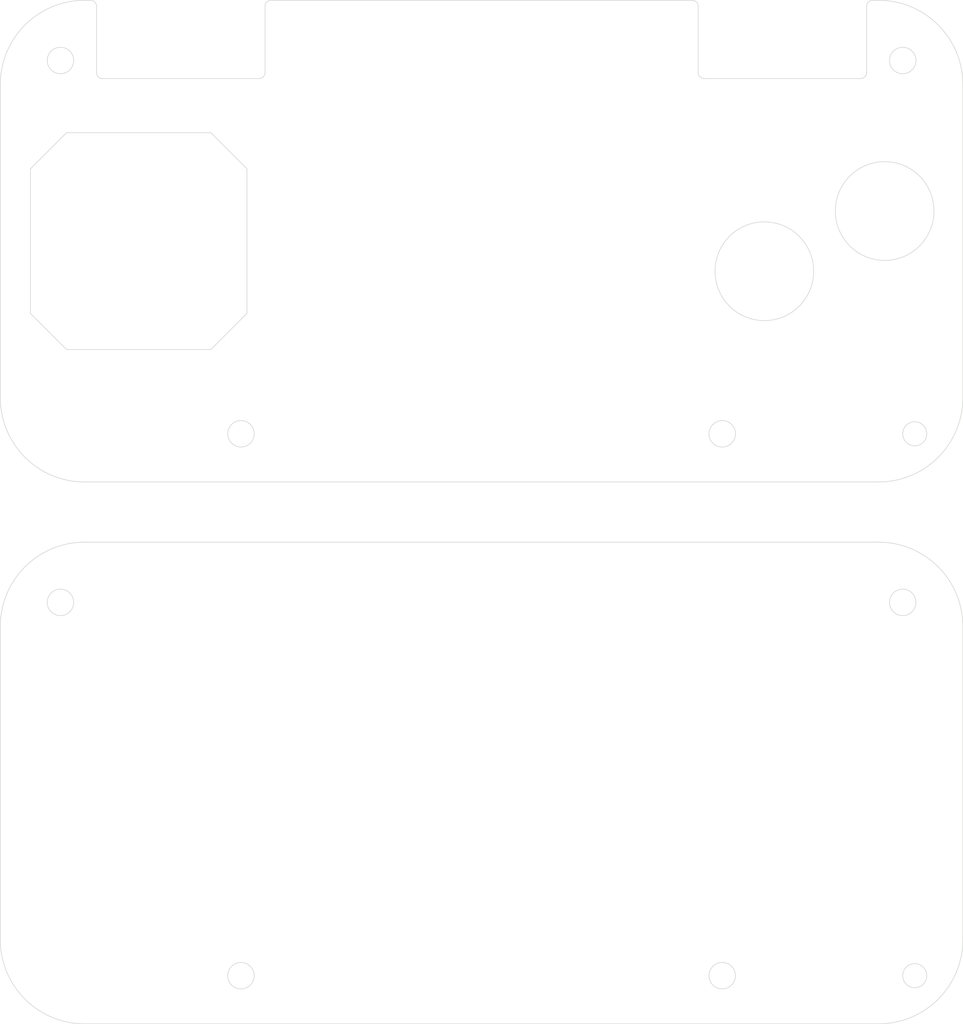
<source format=kicad_pcb>
(kicad_pcb (version 20171130) (host pcbnew 5.1.5)

  (general
    (thickness 1.6)
    (drawings 57)
    (tracks 0)
    (zones 0)
    (modules 0)
    (nets 1)
  )

  (page A4)
  (layers
    (0 F.Cu signal)
    (31 B.Cu signal)
    (32 B.Adhes user)
    (33 F.Adhes user)
    (34 B.Paste user)
    (35 F.Paste user)
    (36 B.SilkS user)
    (37 F.SilkS user)
    (38 B.Mask user)
    (39 F.Mask user)
    (40 Dwgs.User user)
    (41 Cmts.User user)
    (42 Eco1.User user)
    (43 Eco2.User user)
    (44 Edge.Cuts user)
    (45 Margin user)
    (46 B.CrtYd user)
    (47 F.CrtYd user)
    (48 B.Fab user hide)
    (49 F.Fab user hide)
  )

  (setup
    (last_trace_width 0.25)
    (trace_clearance 0.2)
    (zone_clearance 0.508)
    (zone_45_only no)
    (trace_min 0.2)
    (via_size 0.8)
    (via_drill 0.4)
    (via_min_size 0.4)
    (via_min_drill 0.3)
    (uvia_size 0.3)
    (uvia_drill 0.1)
    (uvias_allowed no)
    (uvia_min_size 0.2)
    (uvia_min_drill 0.1)
    (edge_width 0.05)
    (segment_width 0.2)
    (pcb_text_width 0.3)
    (pcb_text_size 1.5 1.5)
    (mod_edge_width 0.12)
    (mod_text_size 1 1)
    (mod_text_width 0.15)
    (pad_size 1.524 1.524)
    (pad_drill 0.762)
    (pad_to_mask_clearance 0.051)
    (solder_mask_min_width 0.25)
    (aux_axis_origin 0 0)
    (grid_origin -40 20)
    (visible_elements FEFFFF7F)
    (pcbplotparams
      (layerselection 0x010fc_ffffffff)
      (usegerberextensions true)
      (usegerberattributes false)
      (usegerberadvancedattributes false)
      (creategerberjobfile false)
      (excludeedgelayer true)
      (linewidth 0.100000)
      (plotframeref false)
      (viasonmask false)
      (mode 1)
      (useauxorigin false)
      (hpglpennumber 1)
      (hpglpenspeed 20)
      (hpglpendiameter 15.000000)
      (psnegative false)
      (psa4output false)
      (plotreference true)
      (plotvalue true)
      (plotinvisibletext false)
      (padsonsilk false)
      (subtractmaskfromsilk false)
      (outputformat 1)
      (mirror false)
      (drillshape 0)
      (scaleselection 1)
      (outputdirectory "../../../../../home/alfonso/Desktop/Gerbers"))
  )

  (net 0 "")

  (net_class Default "This is the default net class."
    (clearance 0.2)
    (trace_width 0.25)
    (via_dia 0.8)
    (via_drill 0.4)
    (uvia_dia 0.3)
    (uvia_drill 0.1)
  )

  (gr_line (start 53 25) (end 119 25) (layer Edge.Cuts) (width 0.05) (tstamp 5E65C73C))
  (gr_circle (center 51 30) (end 52.1 30) (layer Edge.Cuts) (width 0.05) (tstamp 5E65C736))
  (gr_circle (center 66 61) (end 67.1 61) (layer Edge.Cuts) (width 0.05) (tstamp 5E65C735))
  (gr_line (start 46 32) (end 46 58) (layer Edge.Cuts) (width 0.05) (tstamp 5E65C734))
  (gr_circle (center 122 61) (end 123 61) (layer Edge.Cuts) (width 0.05) (tstamp 5E65C730))
  (gr_line (start 53 65) (end 119 65) (layer Edge.Cuts) (width 0.05) (tstamp 5E65C72F))
  (gr_circle (center 106 61) (end 107.1 61) (layer Edge.Cuts) (width 0.05) (tstamp 5E65C72C))
  (gr_circle (center 121 30) (end 122.1 30) (layer Edge.Cuts) (width 0.05) (tstamp 5E65C72B))
  (gr_arc (start 119 58) (end 119 65) (angle -90) (layer Edge.Cuts) (width 0.05) (tstamp 5E65C727))
  (gr_arc (start 119 32) (end 126 32) (angle -90) (layer Edge.Cuts) (width 0.05) (tstamp 5E65C726))
  (gr_line (start 126 32) (end 126 58) (layer Edge.Cuts) (width 0.05) (tstamp 5E65C724))
  (gr_arc (start 53 58) (end 46 58) (angle -90) (layer Edge.Cuts) (width 0.05) (tstamp 5E65C720))
  (gr_arc (start 53 32) (end 53 25) (angle -90) (layer Edge.Cuts) (width 0.05) (tstamp 5E65C71F))
  (gr_line (start 48.5 -6) (end 51.5 -9) (layer Edge.Cuts) (width 0.05) (tstamp 5E65C43C))
  (gr_line (start 48.5 6) (end 48.5 -6) (layer Edge.Cuts) (width 0.05))
  (gr_line (start 51.5 9) (end 48.5 6) (layer Edge.Cuts) (width 0.05))
  (gr_line (start 63.5 9) (end 51.5 9) (layer Edge.Cuts) (width 0.05))
  (gr_line (start 66.5 6) (end 63.5 9) (layer Edge.Cuts) (width 0.05))
  (gr_line (start 66.5 -6) (end 66.5 6) (layer Edge.Cuts) (width 0.05))
  (gr_line (start 63.5 -9) (end 66.5 -6) (layer Edge.Cuts) (width 0.05))
  (gr_line (start 51.5 -9) (end 63.5 -9) (layer Edge.Cuts) (width 0.05))
  (gr_line (start 53 -20) (end 53.5 -20) (layer Edge.Cuts) (width 0.05) (tstamp 5E65C377))
  (gr_line (start 103.5 -20) (end 68.5 -20) (layer Edge.Cuts) (width 0.05) (tstamp 5E65C376))
  (gr_line (start 118.5 -20) (end 119 -20) (layer Edge.Cuts) (width 0.05) (tstamp 5E65C375))
  (gr_arc (start 117.5 -14) (end 117.5 -13.5) (angle -90) (layer Edge.Cuts) (width 0.05) (tstamp 5E65C340))
  (gr_arc (start 104.5 -14) (end 104 -14) (angle -90) (layer Edge.Cuts) (width 0.05) (tstamp 5E65C340))
  (gr_arc (start 103.5 -19.5) (end 104 -19.5) (angle -90) (layer Edge.Cuts) (width 0.05) (tstamp 5E65C340))
  (gr_arc (start 118.5 -19.5) (end 118.5 -20) (angle -90) (layer Edge.Cuts) (width 0.05) (tstamp 5E65C340))
  (gr_arc (start 53.5 -19.5) (end 54 -19.5) (angle -90) (layer Edge.Cuts) (width 0.05) (tstamp 5E65C340))
  (gr_arc (start 68.5 -19.5) (end 68.5 -20) (angle -90) (layer Edge.Cuts) (width 0.05) (tstamp 5E65C340))
  (gr_arc (start 67.5 -14) (end 67.5 -13.5) (angle -90) (layer Edge.Cuts) (width 0.05) (tstamp 5E65C340))
  (gr_arc (start 54.5 -14) (end 54 -14) (angle -90) (layer Edge.Cuts) (width 0.05))
  (gr_line (start 118 -14) (end 118 -19.5) (layer Edge.Cuts) (width 0.05))
  (gr_line (start 104.5 -13.5) (end 117.5 -13.5) (layer Edge.Cuts) (width 0.05))
  (gr_line (start 104 -19.5) (end 104 -14) (layer Edge.Cuts) (width 0.05))
  (gr_line (start 68 -14) (end 68 -19.5) (layer Edge.Cuts) (width 0.05))
  (gr_line (start 54.5 -13.5) (end 67.5 -13.5) (layer Edge.Cuts) (width 0.05))
  (gr_line (start 54 -19.5) (end 54 -14) (layer Edge.Cuts) (width 0.05))
  (gr_circle (center 119.5 -2.5) (end 123.6 -2.5) (layer Edge.Cuts) (width 0.05) (tstamp 5E65C077))
  (gr_circle (center 109.5 2.5) (end 113.6 2.5) (layer Edge.Cuts) (width 0.05) (tstamp 5E65C074))
  (gr_circle (center 66 16) (end 67.1 16) (layer Edge.Cuts) (width 0.05) (tstamp 5E65C06E))
  (gr_circle (center 51 -15) (end 52.1 -15) (layer Edge.Cuts) (width 0.05) (tstamp 5E65C06B))
  (gr_circle (center 121 -15) (end 122.1 -15) (layer Edge.Cuts) (width 0.05) (tstamp 5E65C098))
  (gr_circle (center 106 16) (end 107.1 16) (layer Edge.Cuts) (width 0.05) (tstamp 5E65C095))
  (gr_arc (start 119 -13) (end 126 -13) (angle -90) (layer Edge.Cuts) (width 0.05) (tstamp 5E65C0A4))
  (gr_arc (start 119 13) (end 119 20) (angle -90) (layer Edge.Cuts) (width 0.05) (tstamp 5E65C0A1))
  (gr_line (start 126 -13) (end 126 13) (layer Edge.Cuts) (width 0.05) (tstamp 5E65C0A7))
  (dimension 80 (width 0.15) (layer F.Fab) (tstamp 5E6483F5)
    (gr_text "80,000 mm" (at 132.7 17.3) (layer F.Fab) (tstamp 5E6483F5)
      (effects (font (size 1 1) (thickness 0.15)))
    )
    (feature1 (pts (xy 172.7 0.5) (xy 172.7 16.586421)))
    (feature2 (pts (xy 92.7 0.5) (xy 92.7 16.586421)))
    (crossbar (pts (xy 92.7 16) (xy 172.7 16)))
    (arrow1a (pts (xy 172.7 16) (xy 171.573496 16.586421)))
    (arrow1b (pts (xy 172.7 16) (xy 171.573496 15.413579)))
    (arrow2a (pts (xy 92.7 16) (xy 93.826504 16.586421)))
    (arrow2b (pts (xy 92.7 16) (xy 93.826504 15.413579)))
  )
  (gr_text "Dejar hueco en el acrilico para la pestaña central\ndel conector SWD, como en la de nano 0" (at 136.2 23) (layer F.Fab) (tstamp 5E6483A9)
    (effects (font (size 1.5 1.5) (thickness 0.3)))
  )
  (gr_line (start 46 -13) (end 46 13) (layer Edge.Cuts) (width 0.05) (tstamp 5E65C071))
  (gr_line (start 53 20) (end 119 20) (layer Edge.Cuts) (width 0.05) (tstamp 5E65C089))
  (gr_circle (center 122 16) (end 123 16) (layer Edge.Cuts) (width 0.05) (tstamp 5E65C086))
  (gr_arc (start 53 -13) (end 53 -20) (angle -90) (layer Edge.Cuts) (width 0.05) (tstamp 5E65C0AD))
  (gr_arc (start 53 13) (end 46 13) (angle -90) (layer Edge.Cuts) (width 0.05) (tstamp 5E65C0AA))
  (gr_text "Dejar hueco en el acrilico para la pestaña central\ndel conector SWD, como en la de nano 0" (at 3.5 32.5) (layer F.Fab)
    (effects (font (size 1.5 1.5) (thickness 0.3)))
  )
  (dimension 80 (width 0.15) (layer F.Fab)
    (gr_text "80,000 mm" (at 0 26.8) (layer F.Fab)
      (effects (font (size 1 1) (thickness 0.15)))
    )
    (feature1 (pts (xy 40 10) (xy 40 26.086421)))
    (feature2 (pts (xy -40 10) (xy -40 26.086421)))
    (crossbar (pts (xy -40 25.5) (xy 40 25.5)))
    (arrow1a (pts (xy 40 25.5) (xy 38.873496 26.086421)))
    (arrow1b (pts (xy 40 25.5) (xy 38.873496 24.913579)))
    (arrow2a (pts (xy -40 25.5) (xy -38.873496 26.086421)))
    (arrow2b (pts (xy -40 25.5) (xy -38.873496 24.913579)))
  )
  (dimension 40 (width 0.12) (layer F.Fab)
    (gr_text "40,000 mm" (at 46.27 -1.5 270) (layer F.Fab)
      (effects (font (size 1 1) (thickness 0.15)))
    )
    (feature1 (pts (xy 26.5 18.5) (xy 45.586421 18.5)))
    (feature2 (pts (xy 26.5 -21.5) (xy 45.586421 -21.5)))
    (crossbar (pts (xy 45 -21.5) (xy 45 18.5)))
    (arrow1a (pts (xy 45 18.5) (xy 44.413579 17.373496)))
    (arrow1b (pts (xy 45 18.5) (xy 45.586421 17.373496)))
    (arrow2a (pts (xy 45 -21.5) (xy 44.413579 -20.373496)))
    (arrow2b (pts (xy 45 -21.5) (xy 45.586421 -20.373496)))
  )

)

</source>
